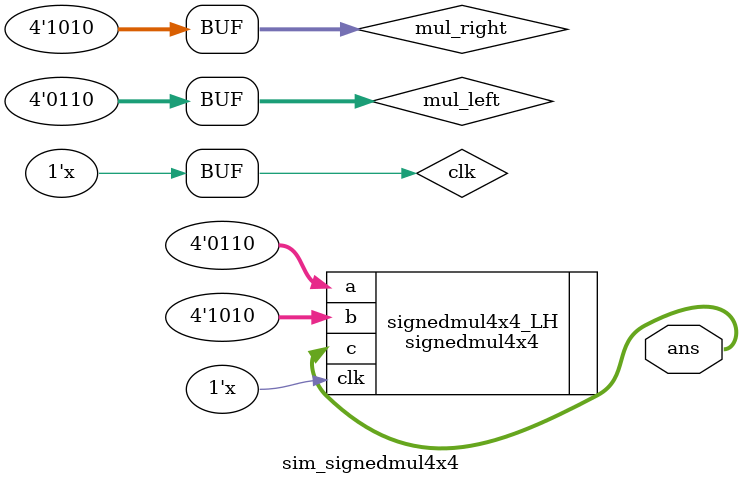
<source format=v>
`timescale 1ns / 1ps


module sim_signedmul4x4(
    output signed [6:0] ans
    );
    reg clk=0;
    reg signed [3:0] mul_left=0;
    reg signed [3:0] mul_right=0;
always #10 clk = ~clk; 
signedmul4x4 signedmul4x4_LH(
    .a(mul_left),
    .b(mul_right),
    .c(ans),
    .clk(clk)
    );
initial begin    
    #100    mul_left = -7;
            mul_right = 7;
            
    #100    mul_left = 7;
            mul_right = -7;
            
    #100    mul_left = 5;
            mul_right = 5;
            
    #100    mul_left = -5;
            mul_right = 5;
            
    #100    mul_left = 1;
            mul_right = 1;
            
    #100    mul_left = -1;
            mul_right = 1;
            
    #100    mul_left = 4;
            mul_right = -4;
            
    #100    mul_left = 3;
            mul_right = -7;
            
    #100    mul_left = -2;
            mul_right = 6;
            
    #100    mul_left = 6;
            mul_right = -6;
end

endmodule

</source>
